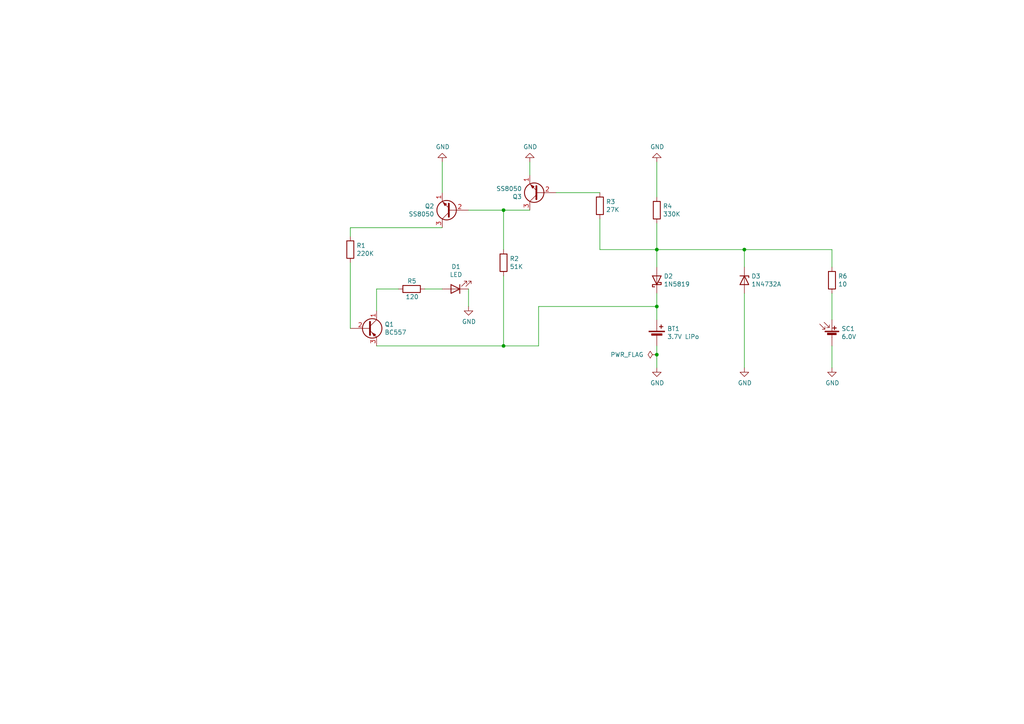
<source format=kicad_sch>
(kicad_sch (version 20230121) (generator eeschema)
  (paper "A4")
  (title_block (title "Lipo Solar Garden Light") (date "2024-01-14") (rev "1.6"))
  (lib_symbols
    (symbol "Device:Battery_Cell" (pin_numbers hide) (pin_names (offset 0) hide)
      (property "Reference" "BT" (at 2.54 2.54 0))
      (property "Value" "Battery_Cell" (at 2.54 0 0))
      (symbol "Battery_Cell_0_1"
        (rectangle (start -2.286 1.778) (end 2.286 1.524) (fill (type outline)))
        (rectangle (start -1.524 1.016) (end 1.524 0.508) (fill (type outline)))
        (polyline (pts (xy 0 0.762) (xy 0 0)))
        (polyline (pts (xy 0 1.778) (xy 0 2.54)))
        (polyline (pts (xy 0.762 3.048) (xy 1.778 3.048)) (stroke (width 0.254)))
        (polyline (pts (xy 1.27 3.556) (xy 1.27 2.54)) (stroke (width 0.254)))
      )
      (symbol "Battery_Cell_1_1"
        (pin passive line (at 0 5.08 270) (length 2.54) (name "+") (number "1"))
        (pin passive line (at 0 -2.54 90) (length 2.54) (name "-") (number "2"))
      )
    )
    (symbol "Device:LED" (pin_numbers hide) (pin_names (offset 1.016) hide)
      (property "Reference" "D" (at 0 2.54 0))
      (property "Value" "LED" (at 0 -2.54 0))
      (symbol "LED_0_1"
        (polyline (pts (xy -1.27 -1.27) (xy -1.27 1.27)) (stroke (width 0.254)))
        (polyline (pts (xy -1.27 0) (xy 1.27 0)))
        (polyline (pts (xy 1.27 -1.27) (xy 1.27 1.27) (xy -1.27 0) (xy 1.27 -1.27)) (stroke (width 0.254)))
        (polyline (pts (xy -3.048 -0.762) (xy -4.572 -2.286) (xy -3.81 -2.286) (xy -4.572 -2.286) (xy -4.572 -1.524)))
        (polyline (pts (xy -1.778 -0.762) (xy -3.302 -2.286) (xy -2.54 -2.286) (xy -3.302 -2.286) (xy -3.302 -1.524)))
      )
      (symbol "LED_1_1"
        (pin passive line (at -3.81 0 0) (length 2.54) (name "K") (number "1"))
        (pin passive line (at 3.81 0 180) (length 2.54) (name "A") (number "2"))
      )
    )
    (symbol "Device:R" (pin_numbers hide) (pin_names (offset 0))
      (property "Reference" "R" (at 2.032 0 90))
      (property "Value" "R" (at 0 0 90))
      (symbol "R_0_1"
        (rectangle (start -1.016 -2.54) (end 1.016 2.54) (stroke (width 0.254)))
      )
      (symbol "R_1_1"
        (pin passive line (at 0 3.81 270) (length 1.27) (name "~") (number "1"))
        (pin passive line (at 0 -3.81 90) (length 1.27) (name "~") (number "2"))
      )
    )
    (symbol "Device:Solar_Cell" (pin_numbers hide) (pin_names (offset 0) hide)
      (property "Reference" "SC" (at 2.54 2.54 0))
      (property "Value" "Solar_Cell" (at 2.54 0 0))
      (symbol "Solar_Cell_0_1"
        (rectangle (start -2.032 1.778) (end 2.032 1.524) (fill (type outline)))
        (rectangle (start -1.3208 1.1938) (end 1.27 0.6858) (fill (type outline)))
        (polyline (pts (xy -2.032 2.286) (xy -3.556 3.81)))
        (polyline (pts (xy -0.762 2.794) (xy -2.286 4.318)))
        (polyline (pts (xy 0 0.762) (xy 0 0)))
        (polyline (pts (xy 0 1.778) (xy 0 2.54)))
        (polyline (pts (xy 0.254 2.667) (xy 1.27 2.667)) (stroke (width 0.254)))
        (polyline (pts (xy 0.762 3.175) (xy 0.762 2.159)) (stroke (width 0.254)))
        (polyline (pts (xy -2.032 3.048) (xy -2.032 2.286) (xy -2.794 2.286)))
        (polyline (pts (xy -0.762 3.556) (xy -0.762 2.794) (xy -1.524 2.794)))
      )
      (symbol "Solar_Cell_1_1"
        (pin passive line (at 0 5.08 270) (length 2.54) (name "+") (number "1"))
        (pin passive line (at 0 -2.54 90) (length 2.54) (name "-") (number "2"))
      )
    )
    (symbol "Diode:1N47xxA" (pin_numbers hide) (pin_names hide)
      (property "Reference" "D" (at 0 2.54 0))
      (property "Value" "1N47xxA" (at 0 -2.54 0))
      (symbol "1N47xxA_0_1"
        (polyline (pts (xy 1.27 0) (xy -1.27 0)))
        (polyline (pts (xy -1.27 -1.27) (xy -1.27 1.27) (xy -0.762 1.27)) (stroke (width 0.254)))
        (polyline (pts (xy 1.27 -1.27) (xy 1.27 1.27) (xy -1.27 0) (xy 1.27 -1.27)) (stroke (width 0.254)))
      )
      (symbol "1N47xxA_1_1"
        (pin passive line (at -3.81 0 0) (length 2.54) (name "K") (number "1"))
        (pin passive line (at 3.81 0 180) (length 2.54) (name "A") (number "2"))
      )
    )
    (symbol "Diode:1N5819" (pin_numbers hide) (pin_names (offset 1.016) hide)
      (property "Reference" "D" (at 0 2.54 0))
      (property "Value" "1N5819" (at 0 -2.54 0))
      (symbol "1N5819_0_1"
        (polyline (pts (xy 1.27 0) (xy -1.27 0)))
        (polyline (pts (xy 1.27 1.27) (xy 1.27 -1.27) (xy -1.27 0) (xy 1.27 1.27)) (stroke (width 0.254)))
        (polyline (pts (xy -1.905 0.635) (xy -1.905 1.27) (xy -1.27 1.27) (xy -1.27 -1.27) (xy -0.635 -1.27) (xy -0.635 -0.635)) (stroke (width 0.254)))
      )
      (symbol "1N5819_1_1"
        (pin passive line (at -3.81 0 0) (length 2.54) (name "K") (number "1"))
        (pin passive line (at 3.81 0 180) (length 2.54) (name "A") (number "2"))
      )
    )
    (symbol "Transistor_BJT:BC557" (pin_names (offset 0) hide)
      (property "Reference" "Q" (at 5.08 1.905 0))
      (property "Value" "BC557" (at 5.08 0 0))
      (symbol "BC557_0_1"
        (polyline (pts (xy 0.635 0.635) (xy 2.54 2.54)))
        (polyline (pts (xy 0.635 -0.635) (xy 2.54 -2.54) (xy 2.54 -2.54)))
        (polyline (pts (xy 0.635 1.905) (xy 0.635 -1.905) (xy 0.635 -1.905)) (stroke (width 0.508)))
        (polyline (pts (xy 2.286 -1.778) (xy 1.778 -2.286) (xy 1.27 -1.27) (xy 2.286 -1.778) (xy 2.286 -1.778)) (fill (type outline)))
        (circle (center 1.27 0) (radius 2.8194) (stroke (width 0.254)))
      )
      (symbol "BC557_1_1"
        (pin passive line (at 2.54 5.08 270) (length 2.54) (name "C") (number "1"))
        (pin input line (at -5.08 0 0) (length 5.715) (name "B") (number "2"))
        (pin passive line (at 2.54 -5.08 90) (length 2.54) (name "E") (number "3"))
      )
    )
    (symbol "lipoGardenLight-rescue:SS8050-custom" (pin_names (offset 0) hide)
      (property "Reference" "Q" (at 5.08 1.905 0))
      (property "Value" "SS8050-custom" (at 5.08 0 0))
      (symbol "SS8050-custom_0_1"
        (polyline (pts (xy 0 0) (xy 0.635 0)))
        (polyline (pts (xy 0.635 0.635) (xy 2.54 2.54)))
        (polyline (pts (xy 0.635 -0.635) (xy 2.54 -2.54) (xy 2.54 -2.54)))
        (polyline (pts (xy 0.635 1.905) (xy 0.635 -1.905) (xy 0.635 -1.905)) (stroke (width 0.508)))
        (polyline (pts (xy 1.27 -1.778) (xy 1.778 -1.27) (xy 2.286 -2.286) (xy 1.27 -1.778) (xy 1.27 -1.778)) (fill (type outline)))
        (circle (center 1.27 0) (radius 2.8194) (stroke (width 0.254)))
      )
      (symbol "SS8050-custom_1_1"
        (pin passive line (at 2.54 -5.08 90) (length 2.54) (name "E") (number "1"))
        (pin input line (at -5.08 0 0) (length 5.08) (name "B") (number "2"))
        (pin passive line (at 2.54 5.08 270) (length 2.54) (name "C") (number "3"))
      )
    )
    (symbol "power:GND" (power) (pin_names (offset 0))
      (property "Value" "GND" (at 0 -3.81 0))
      (symbol "GND_0_1"
        (polyline (pts (xy 0 0) (xy 0 -1.27) (xy 1.27 -1.27) (xy 0 -2.54) (xy -1.27 -1.27) (xy 0 -1.27)))
      )
      (symbol "GND_1_1"
        (pin power_in line (at 0 0 270) (length 0) hide (name "GND") (number "1"))
      )
    )
    (symbol "power:PWR_FLAG" (power) (pin_numbers hide) (pin_names (offset 0) hide)
      (property "Value" "PWR_FLAG" (at 0 3.81 0))
      (symbol "PWR_FLAG_0_0"
        (pin power_out line (at 0 0 90) (length 0) (name "pwr") (number "1"))
      )
      (symbol "PWR_FLAG_0_1"
        (polyline (pts (xy 0 0) (xy 0 1.27) (xy -1.016 1.905) (xy 0 2.54) (xy 1.016 1.905) (xy 0 1.27)))
      )
    )
  )
  (junction (at 190.5 88.9))
  (junction (at 215.9 72.39))
  (junction (at 190.5 72.39))
  (junction (at 146.05 60.96))
  (junction (at 190.5 102.87))
  (junction (at 146.05 100.33))
  (wire (pts (xy 101.6 66.04) (xy 101.6 68.58)))
  (wire (pts (xy 190.5 72.39) (xy 215.9 72.39)))
  (wire (pts (xy 128.27 66.04) (xy 101.6 66.04)))
  (wire (pts (xy 109.22 83.82) (xy 109.22 90.17)))
  (wire (pts (xy 190.5 85.09) (xy 190.5 88.9)))
  (wire (pts (xy 146.05 80.01) (xy 146.05 100.33)))
  (wire (pts (xy 156.21 88.9) (xy 190.5 88.9)))
  (wire (pts (xy 109.22 100.33) (xy 146.05 100.33)))
  (wire (pts (xy 109.22 83.82) (xy 115.57 83.82)))
  (wire (pts (xy 153.67 46.99) (xy 153.67 50.8)))
  (wire (pts (xy 146.05 72.39) (xy 146.05 60.96)))
  (wire (pts (xy 215.9 72.39) (xy 241.3 72.39)))
  (wire (pts (xy 161.29 55.88) (xy 173.99 55.88)))
  (wire (pts (xy 190.5 102.87) (xy 190.5 106.68)))
  (wire (pts (xy 215.9 72.39) (xy 215.9 77.47)))
  (wire (pts (xy 190.5 64.77) (xy 190.5 72.39)))
  (wire (pts (xy 215.9 85.09) (xy 215.9 106.68)))
  (wire (pts (xy 135.89 60.96) (xy 146.05 60.96)))
  (wire (pts (xy 190.5 100.33) (xy 190.5 102.87)))
  (wire (pts (xy 128.27 55.88) (xy 128.27 46.99)))
  (wire (pts (xy 190.5 72.39) (xy 190.5 77.47)))
  (wire (pts (xy 173.99 63.5) (xy 173.99 72.39)))
  (wire (pts (xy 135.89 83.82) (xy 135.89 88.9)))
  (wire (pts (xy 156.21 100.33) (xy 156.21 88.9)))
  (wire (pts (xy 173.99 72.39) (xy 190.5 72.39)))
  (wire (pts (xy 101.6 76.2) (xy 101.6 95.25)))
  (wire (pts (xy 241.3 85.09) (xy 241.3 92.71)))
  (wire (pts (xy 241.3 72.39) (xy 241.3 77.47)))
  (wire (pts (xy 146.05 100.33) (xy 156.21 100.33)))
  (wire (pts (xy 146.05 60.96) (xy 153.67 60.96)))
  (wire (pts (xy 190.5 46.99) (xy 190.5 57.15)))
  (wire (pts (xy 190.5 88.9) (xy 190.5 92.71)))
  (wire (pts (xy 123.19 83.82) (xy 128.27 83.82)))
  (wire (pts (xy 241.3 100.33) (xy 241.3 106.68)))
  (symbol (lib_id "Device:Solar_Cell") (at 241.3 97.79 0) (unit 1)
    (property "Reference" "SC1" (at 244.0432 95.3516 0) (effects (justify left)))
    (property "Value" "6.0V" (at 244.0432 97.663 0) (effects (justify left)))
    (property "Footprint" "Connector_Wago:Wago_734-132_1x02_P3.50mm_Vertical" (effects hide))
  )
  (symbol (lib_id "Device:Battery_Cell") (at 190.5 97.79 0) (unit 1)
    (property "Reference" "BT1" (at 193.4972 95.3516 0) (effects (justify left)))
    (property "Value" "3.7V LiPo" (at 193.4972 97.663 0) (effects (justify left)))
    (property "Footprint" "Connector_JST:JST_PH_B2B-PH-K_1x02_P2.00mm_Vertical" (effects hide))
  )
  (symbol (lib_id "power:GND") (at 135.89 88.9 0) (unit 1)
    (property "Reference" "#PWR0101" (effects hide))
    (property "Value" "GND" (at 136.017 93.2942 0))
  )
  (symbol (lib_id "Diode:1N5819") (at 190.5 81.28 90) (unit 1)
    (property "Reference" "D2" (at 192.5066 80.1116 90) (effects (justify right)))
    (property "Value" "1N5819" (at 192.5066 82.423 90) (effects (justify right)))
    (property "Footprint" "Diode_THT:D_DO-41_SOD81_P12.70mm_Horizontal" (effects hide))
    (property "Datasheet" "http://www.vishay.com/docs/88525/1n5817.pdf" (effects hide))
  )
  (symbol (lib_id "Device:R") (at 101.6 72.39 0) (unit 1)
    (property "Reference" "R1" (at 103.378 71.2216 0) (effects (justify left)))
    (property "Value" "220K" (at 103.378 73.533 0) (effects (justify left)))
    (property "Footprint" "Resistor_THT:R_Axial_DIN0309_L9.0mm_D3.2mm_P12.70mm_Horizontal" (effects hide))
  )
  (symbol (lib_id "power:GND") (at 128.27 46.99 0) (mirror x) (unit 1)
    (property "Reference" "#PWR01" (effects hide))
    (property "Value" "GND" (at 128.397 42.5958 0))
  )
  (symbol (lib_id "power:GND") (at 153.67 46.99 0) (mirror x) (unit 1)
    (property "Reference" "#PWR02" (effects hide))
    (property "Value" "GND" (at 153.797 42.5958 0))
  )
  (symbol (lib_id "Device:R") (at 190.5 60.96 0) (unit 1)
    (property "Reference" "R4" (at 192.278 59.7916 0) (effects (justify left)))
    (property "Value" "330K" (at 192.278 62.103 0) (effects (justify left)))
    (property "Footprint" "Resistor_THT:R_Axial_DIN0309_L9.0mm_D3.2mm_P12.70mm_Horizontal" (effects hide))
  )
  (symbol (lib_id "power:GND") (at 190.5 106.68 0) (unit 1)
    (property "Reference" "#PWR04" (effects hide))
    (property "Value" "GND" (at 190.627 111.0742 0))
  )
  (symbol (lib_id "power:GND") (at 241.3 106.68 0) (unit 1)
    (property "Reference" "#PWR05" (effects hide))
    (property "Value" "GND" (at 241.427 111.0742 0))
  )
  (symbol (lib_id "power:GND") (at 190.5 46.99 0) (mirror x) (unit 1)
    (property "Reference" "#PWR03" (effects hide))
    (property "Value" "GND" (at 190.627 42.5958 0))
  )
  (symbol (lib_id "Device:R") (at 173.99 59.69 0) (unit 1)
    (property "Reference" "R3" (at 175.768 58.5216 0) (effects (justify left)))
    (property "Value" "27K" (at 175.768 60.833 0) (effects (justify left)))
    (property "Footprint" "Resistor_THT:R_Axial_DIN0309_L9.0mm_D3.2mm_P12.70mm_Horizontal" (effects hide))
  )
  (symbol (lib_id "Device:LED") (at 132.08 83.82 180) (unit 1)
    (property "Reference" "D1" (at 132.2578 77.343 0))
    (property "Value" "LED" (at 132.2578 79.6544 0))
    (property "Footprint" "Connector_Wago:Wago_734-132_1x02_P3.50mm_Vertical" (effects hide))
  )
  (symbol (lib_id "Device:R") (at 146.05 76.2 0) (unit 1)
    (property "Reference" "R2" (at 147.828 75.0316 0) (effects (justify left)))
    (property "Value" "51K" (at 147.828 77.343 0) (effects (justify left)))
    (property "Footprint" "Resistor_THT:R_Axial_DIN0309_L9.0mm_D3.2mm_P12.70mm_Horizontal" (effects hide))
  )
  (symbol (lib_id "Device:R") (at 119.38 83.82 270) (unit 1)
    (property "Reference" "R5" (at 118.11 81.534 90) (effects (justify left)))
    (property "Value" "120" (at 117.602 86.106 90) (effects (justify left)))
    (property "Footprint" "Resistor_THT:R_Axial_DIN0309_L9.0mm_D3.2mm_P12.70mm_Horizontal" (effects hide))
  )
  (symbol (lib_id "lipoGardenLight-rescue:SS8050-custom") (at 130.81 60.96 180) (unit 1)
    (property "Reference" "Q2" (at 125.9586 59.7916 0) (effects (justify left)))
    (property "Value" "SS8050" (at 125.9586 62.103 0) (effects (justify left)))
    (property "Footprint" "Package_TO_SOT_THT:TO-92_Wide" (effects hide))
    (property "Datasheet" "https://datasheet.octopart.com/SS8050DTA-ON-Semiconductor-datasheet-100437404.pdf" (effects hide))
  )
  (symbol (lib_id "lipoGardenLight-rescue:SS8050-custom") (at 156.21 55.88 180) (unit 1)
    (property "Reference" "Q3" (at 151.384 57.0484 0) (effects (justify left)))
    (property "Value" "SS8050" (at 151.384 54.737 0) (effects (justify left)))
    (property "Footprint" "Package_TO_SOT_THT:TO-92_Wide" (effects hide))
    (property "Datasheet" "https://datasheet.octopart.com/SS8050DTA-ON-Semiconductor-datasheet-100437404.pdf" (effects hide))
  )
  (symbol (lib_id "Transistor_BJT:BC557") (at 106.68 95.25 0) (unit 1)
    (property "Reference" "Q1" (at 111.5314 94.0816 0) (effects (justify left)))
    (property "Value" "BC557" (at 111.5314 96.393 0) (effects (justify left)))
    (property "Footprint" "Package_TO_SOT_THT:TO-92_Wide" (effects hide))
    (property "Datasheet" "http://www.fairchildsemi.com/ds/BC/BC557.pdf" (effects hide))
  )
  (symbol (lib_id "Device:R") (at 241.3 81.28 0) (unit 1)
    (property "Reference" "R6" (at 243.078 80.1116 0) (effects (justify left)))
    (property "Value" "10" (at 243.078 82.423 0) (effects (justify left)))
    (property "Footprint" "Resistor_THT:R_Axial_DIN0309_L9.0mm_D3.2mm_P12.70mm_Horizontal" (effects hide))
  )
  (symbol (lib_id "power:GND") (at 215.9 106.68 0) (unit 1)
    (property "Reference" "#PWR0102" (effects hide))
    (property "Value" "GND" (at 216.027 111.0742 0))
  )
  (symbol (lib_id "Diode:1N47xxA") (at 215.9 81.28 270) (unit 1)
    (property "Reference" "D3" (at 217.9066 80.1116 90) (effects (justify left)))
    (property "Value" "1N4732A" (at 217.9066 82.423 90) (effects (justify left)))
    (property "Footprint" "Diode_THT:D_DO-41_SOD81_P12.70mm_Horizontal" (effects hide))
    (property "Datasheet" "https://www.vishay.com/docs/85816/1n4728a.pdf" (effects hide))
  )
  (symbol (lib_id "power:PWR_FLAG") (at 190.5 102.87 90) (unit 1)
    (property "Reference" "#FLG01" (effects hide))
    (property "Value" "PWR_FLAG" (at 186.69 102.87 90) (effects (justify left)))
  )
)
</source>
